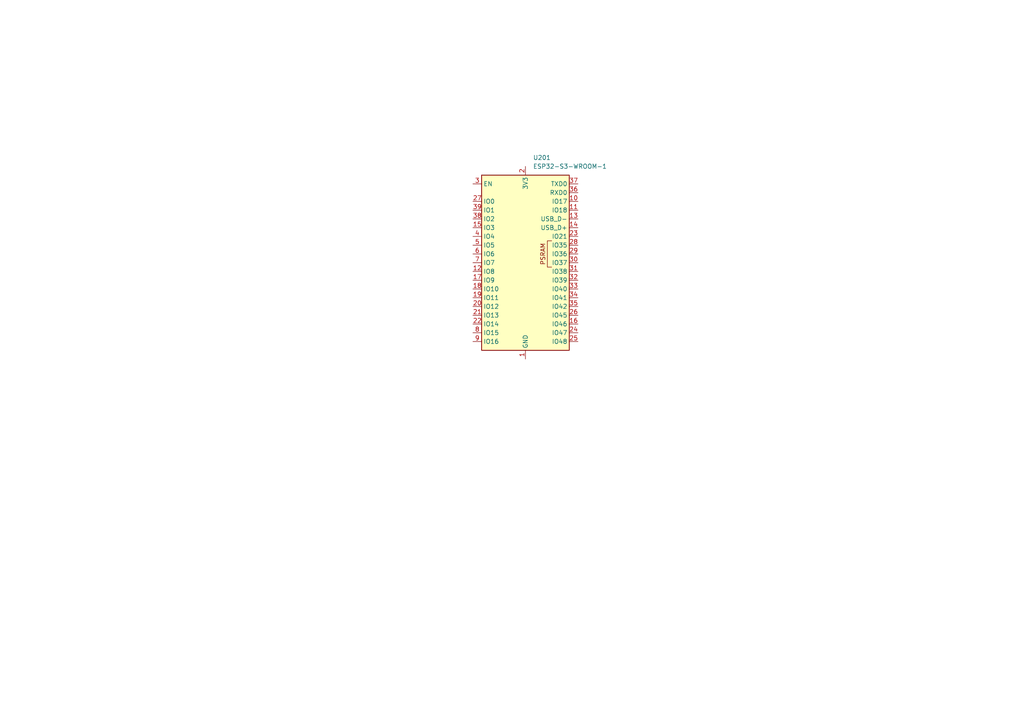
<source format=kicad_sch>
(kicad_sch (version 20231120) (generator "eeschema") (generator_version "8.0")
  (paper "A4")
  (lib_symbols
    (symbol "RF_Module:ESP32-S3-WROOM-1"
      (property "Reference" "U" (at -12.7 26.67 0))
      (property "Value" "ESP32-S3-WROOM-1" (at 12.7 26.67 0))
      (symbol "ESP32-S3-WROOM-1_0_0"
        (rectangle (start -12.7 25.4) (end 12.7 -25.4) (stroke (width 0.254)) (fill (type background)))
        (text "PSRAM" (at 5.08 2.54 900) (effects (font (size 1.27 1.27))))
      )
      (symbol "ESP32-S3-WROOM-1_0_1"
        (polyline (pts (xy 7.62 -1.27) (xy 6.35 -1.27) (xy 6.35 6.35) (xy 7.62 6.35)))
      )
      (symbol "ESP32-S3-WROOM-1_1_1"
        (pin power_in line (at 0 -27.94 90) (length 2.54) (name "GND") (number "1"))
        (pin bidirectional line (at 15.24 17.78 180) (length 2.54) (name "IO17") (number "10"))
        (pin bidirectional line (at 15.24 15.24 180) (length 2.54) (name "IO18") (number "11"))
        (pin bidirectional line (at -15.24 -2.54 0) (length 2.54) (name "IO8") (number "12"))
        (pin bidirectional line (at 15.24 12.7 180) (length 2.54) (name "USB_D-") (number "13"))
        (pin bidirectional line (at 15.24 10.16 180) (length 2.54) (name "USB_D+") (number "14"))
        (pin bidirectional line (at -15.24 10.16 0) (length 2.54) (name "IO3") (number "15"))
        (pin bidirectional line (at 15.24 -17.78 180) (length 2.54) (name "IO46") (number "16"))
        (pin bidirectional line (at -15.24 -5.08 0) (length 2.54) (name "IO9") (number "17"))
        (pin bidirectional line (at -15.24 -7.62 0) (length 2.54) (name "IO10") (number "18"))
        (pin bidirectional line (at -15.24 -10.16 0) (length 2.54) (name "IO11") (number "19"))
        (pin power_in line (at 0 27.94 270) (length 2.54) (name "3V3") (number "2"))
        (pin bidirectional line (at -15.24 -12.7 0) (length 2.54) (name "IO12") (number "20"))
        (pin bidirectional line (at -15.24 -15.24 0) (length 2.54) (name "IO13") (number "21"))
        (pin bidirectional line (at -15.24 -17.78 0) (length 2.54) (name "IO14") (number "22"))
        (pin bidirectional line (at 15.24 7.62 180) (length 2.54) (name "IO21") (number "23"))
        (pin bidirectional line (at 15.24 -20.32 180) (length 2.54) (name "IO47") (number "24"))
        (pin bidirectional line (at 15.24 -22.86 180) (length 2.54) (name "IO48") (number "25"))
        (pin bidirectional line (at 15.24 -15.24 180) (length 2.54) (name "IO45") (number "26"))
        (pin bidirectional line (at -15.24 17.78 0) (length 2.54) (name "IO0") (number "27"))
        (pin bidirectional line (at 15.24 5.08 180) (length 2.54) (name "IO35") (number "28"))
        (pin bidirectional line (at 15.24 2.54 180) (length 2.54) (name "IO36") (number "29"))
        (pin input line (at -15.24 22.86 0) (length 2.54) (name "EN") (number "3"))
        (pin bidirectional line (at 15.24 0 180) (length 2.54) (name "IO37") (number "30"))
        (pin bidirectional line (at 15.24 -2.54 180) (length 2.54) (name "IO38") (number "31"))
        (pin bidirectional line (at 15.24 -5.08 180) (length 2.54) (name "IO39") (number "32"))
        (pin bidirectional line (at 15.24 -7.62 180) (length 2.54) (name "IO40") (number "33"))
        (pin bidirectional line (at 15.24 -10.16 180) (length 2.54) (name "IO41") (number "34"))
        (pin bidirectional line (at 15.24 -12.7 180) (length 2.54) (name "IO42") (number "35"))
        (pin bidirectional line (at 15.24 20.32 180) (length 2.54) (name "RXD0") (number "36"))
        (pin bidirectional line (at 15.24 22.86 180) (length 2.54) (name "TXD0") (number "37"))
        (pin bidirectional line (at -15.24 12.7 0) (length 2.54) (name "IO2") (number "38"))
        (pin bidirectional line (at -15.24 15.24 0) (length 2.54) (name "IO1") (number "39"))
        (pin bidirectional line (at -15.24 7.62 0) (length 2.54) (name "IO4") (number "4"))
        (pin passive line (at 0 -27.94 90) (length 2.54) hide (name "GND") (number "40"))
        (pin passive line (at 0 -27.94 90) (length 2.54) hide (name "GND") (number "41"))
        (pin bidirectional line (at -15.24 5.08 0) (length 2.54) (name "IO5") (number "5"))
        (pin bidirectional line (at -15.24 2.54 0) (length 2.54) (name "IO6") (number "6"))
        (pin bidirectional line (at -15.24 0 0) (length 2.54) (name "IO7") (number "7"))
        (pin bidirectional line (at -15.24 -20.32 0) (length 2.54) (name "IO15") (number "8"))
        (pin bidirectional line (at -15.24 -22.86 0) (length 2.54) (name "IO16") (number "9"))
      )
    )
  )
  (symbol (lib_id "RF_Module:ESP32-S3-WROOM-1") (at 152.4 76.2 0) (unit 1)
    (property "Reference" "U201" (at 154.5941 45.72 0) (effects (justify left)))
    (property "Value" "ESP32-S3-WROOM-1" (at 154.5941 48.26 0) (effects (justify left)))
    (property "Footprint" "RF_Module:ESP32-S3-WROOM-1" (effects (hide yes)))
    (property "Datasheet" "https://www.espressif.com/sites/default/files/documentation/esp32-s3-wroom-1_wroom-1u_datasheet_en.pdf" (effects (hide yes)))
    (property "Description" "RF Module, ESP32-S3 SoC, Wi-Fi 802.11b/g/n, Bluetooth, BLE, 32-bit, 3.3V, onboard antenna, SMD" (effects (hide yes)))
  )
)
</source>
